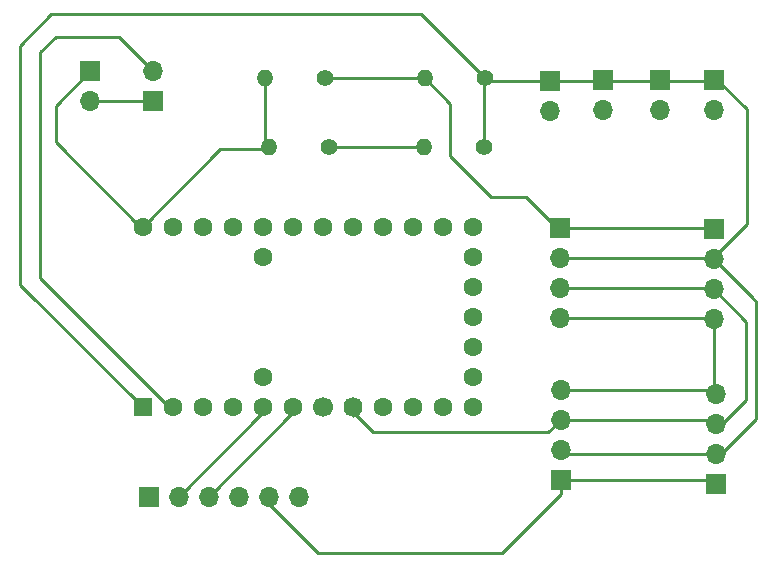
<source format=gbr>
%TF.GenerationSoftware,KiCad,Pcbnew,(6.0.0-0)*%
%TF.CreationDate,2022-01-07T12:45:35+01:00*%
%TF.ProjectId,TeensyTest,5465656e-7379-4546-9573-742e6b696361,rev?*%
%TF.SameCoordinates,Original*%
%TF.FileFunction,Copper,L1,Top*%
%TF.FilePolarity,Positive*%
%FSLAX46Y46*%
G04 Gerber Fmt 4.6, Leading zero omitted, Abs format (unit mm)*
G04 Created by KiCad (PCBNEW (6.0.0-0)) date 2022-01-07 12:45:35*
%MOMM*%
%LPD*%
G01*
G04 APERTURE LIST*
%TA.AperFunction,ComponentPad*%
%ADD10R,1.700000X1.700000*%
%TD*%
%TA.AperFunction,ComponentPad*%
%ADD11O,1.700000X1.700000*%
%TD*%
%TA.AperFunction,ComponentPad*%
%ADD12C,1.400000*%
%TD*%
%TA.AperFunction,ComponentPad*%
%ADD13O,1.400000X1.400000*%
%TD*%
%TA.AperFunction,ComponentPad*%
%ADD14R,1.600000X1.600000*%
%TD*%
%TA.AperFunction,ComponentPad*%
%ADD15C,1.600000*%
%TD*%
%TA.AperFunction,ComponentPad*%
%ADD16C,1.700000*%
%TD*%
%TA.AperFunction,ComponentPad*%
%ADD17O,1.600000X1.700000*%
%TD*%
%TA.AperFunction,Conductor*%
%ADD18C,0.250000*%
%TD*%
G04 APERTURE END LIST*
D10*
%TO.P,BT1,1,+*%
%TO.N,/5.5V*%
X128900000Y-93500000D03*
D11*
%TO.P,BT1,2,-*%
%TO.N,/GND*%
X128900000Y-96040000D03*
%TD*%
D10*
%TO.P,D1,1,K*%
%TO.N,/GND*%
X134200000Y-95975000D03*
D11*
%TO.P,D1,2,A*%
%TO.N,/VLTG_LOW_OUT*%
X134200000Y-93435000D03*
%TD*%
D10*
%TO.P,J1,1,Pin_1*%
%TO.N,/GND*%
X181775000Y-94250000D03*
D11*
%TO.P,J1,2,Pin_2*%
%TO.N,/DISP_SEL*%
X181775000Y-96790000D03*
%TD*%
D10*
%TO.P,HC5,1,Pin_1*%
%TO.N,unconnected-(HC5-Pad1)*%
X133858000Y-129540000D03*
D11*
%TO.P,HC5,2,Pin_2*%
%TO.N,/RX(TX)*%
X136398000Y-129540000D03*
%TO.P,HC5,3,Pin_3*%
%TO.N,/TX(RX)*%
X138938000Y-129540000D03*
%TO.P,HC5,4,Pin_4*%
%TO.N,/GND*%
X141478000Y-129540000D03*
%TO.P,HC5,5,Pin_5*%
%TO.N,/5.5V*%
X144018000Y-129540000D03*
%TO.P,HC5,6,Pin_6*%
%TO.N,unconnected-(HC5-Pad6)*%
X146558000Y-129540000D03*
%TD*%
D12*
%TO.P,R3,1*%
%TO.N,/VCC_LOW*%
X149140000Y-99900000D03*
D13*
%TO.P,R3,2*%
%TO.N,/5.5V*%
X144060000Y-99900000D03*
%TD*%
D14*
%TO.P,U1,1*%
%TO.N,N/C*%
X133350000Y-121920000D03*
D15*
%TO.P,U1,2*%
X135890000Y-121920000D03*
%TO.P,U1,3*%
X138430000Y-121920000D03*
%TO.P,U1,4*%
X140970000Y-121920000D03*
%TO.P,U1,5*%
X143510000Y-121920000D03*
%TO.P,U1,6*%
X146050000Y-121920000D03*
D16*
%TO.P,U1,7*%
X148590000Y-121920000D03*
D17*
%TO.P,U1,8*%
X151130000Y-121920000D03*
D15*
%TO.P,U1,9*%
X153670000Y-121920000D03*
%TO.P,U1,10*%
X156210000Y-121920000D03*
%TO.P,U1,11*%
X158750000Y-121920000D03*
%TO.P,U1,12*%
X161290000Y-121920000D03*
%TO.P,U1,13*%
X161290000Y-119380000D03*
%TO.P,U1,14*%
X161290000Y-116840000D03*
%TO.P,U1,15*%
X161290000Y-114300000D03*
%TO.P,U1,16*%
X161290000Y-111760000D03*
%TO.P,U1,17*%
X161290000Y-109220000D03*
%TO.P,U1,18*%
X161290000Y-106680000D03*
%TO.P,U1,19*%
X158750000Y-106680000D03*
%TO.P,U1,20*%
X156210000Y-106680000D03*
%TO.P,U1,21*%
X153670000Y-106680000D03*
%TO.P,U1,22*%
X151130000Y-106680000D03*
%TO.P,U1,23*%
X148590000Y-106680000D03*
%TO.P,U1,24*%
X146050000Y-106680000D03*
%TO.P,U1,25*%
X143510000Y-106680000D03*
%TO.P,U1,26*%
X140970000Y-106680000D03*
%TO.P,U1,27*%
X138430000Y-106680000D03*
%TO.P,U1,28*%
X135890000Y-106680000D03*
%TO.P,U1,29*%
X133350000Y-106680000D03*
%TO.P,U1,30*%
X143510000Y-119380000D03*
%TO.P,U1,31*%
X143510000Y-109220000D03*
%TD*%
D10*
%TO.P,IC2_3,1,Pin_1*%
%TO.N,/3.3V*%
X181734000Y-106865000D03*
D11*
%TO.P,IC2_3,2,Pin_2*%
%TO.N,/GND*%
X181734000Y-109405000D03*
%TO.P,IC2_3,3,Pin_3*%
%TO.N,/SDA*%
X181734000Y-111945000D03*
%TO.P,IC2_3,4,Pin_4*%
%TO.N,/SCL*%
X181734000Y-114485000D03*
%TD*%
D12*
%TO.P,R1,1*%
%TO.N,N/C*%
X148840000Y-94100000D03*
D13*
%TO.P,R1,2*%
X143760000Y-94100000D03*
%TD*%
D10*
%TO.P,J2,1,Pin_1*%
%TO.N,/GND*%
X167875000Y-94275000D03*
D11*
%TO.P,J2,2,Pin_2*%
%TO.N,/GPIO_2*%
X167875000Y-96815000D03*
%TD*%
D12*
%TO.P,R2,1*%
%TO.N,/GND*%
X162340000Y-94100000D03*
D13*
%TO.P,R2,2*%
%TO.N,/3.3V*%
X157260000Y-94100000D03*
%TD*%
D10*
%TO.P,IC2_2,1,Pin_1*%
%TO.N,/5.5V*%
X181875000Y-128425000D03*
D11*
%TO.P,IC2_2,2,Pin_2*%
%TO.N,/GND*%
X181875000Y-125885000D03*
%TO.P,IC2_2,3,Pin_3*%
%TO.N,/SDA*%
X181875000Y-123345000D03*
%TO.P,IC2_2,4,Pin_4*%
%TO.N,/SCL*%
X181875000Y-120805000D03*
%TD*%
D10*
%TO.P,J3,1,Pin_1*%
%TO.N,/GND*%
X172300000Y-94250000D03*
D11*
%TO.P,J3,2,Pin_2*%
%TO.N,/GPIO_1*%
X172300000Y-96790000D03*
%TD*%
D12*
%TO.P,R4,1*%
%TO.N,/GND*%
X162240000Y-99900000D03*
D13*
%TO.P,R4,2*%
%TO.N,/VCC_LOW*%
X157160000Y-99900000D03*
%TD*%
D10*
%TO.P,IC2_4,1,Pin_1*%
%TO.N,/3.3V*%
X168700000Y-106760000D03*
D11*
%TO.P,IC2_4,2,Pin_2*%
%TO.N,/GND*%
X168700000Y-109300000D03*
%TO.P,IC2_4,3,Pin_3*%
%TO.N,/SDA*%
X168700000Y-111840000D03*
%TO.P,IC2_4,4,Pin_4*%
%TO.N,/SCL*%
X168700000Y-114380000D03*
%TD*%
D10*
%TO.P,IC2_1,1,Pin_1*%
%TO.N,/5.5V*%
X168757000Y-128084000D03*
D11*
%TO.P,IC2_1,2,Pin_2*%
%TO.N,/GND*%
X168757000Y-125544000D03*
%TO.P,IC2_1,3,Pin_3*%
%TO.N,/SDA*%
X168757000Y-123004000D03*
%TO.P,IC2_1,4,Pin_4*%
%TO.N,/SCL*%
X168757000Y-120464000D03*
%TD*%
D10*
%TO.P,J4,1,Pin_1*%
%TO.N,/GND*%
X177150000Y-94250000D03*
D11*
%TO.P,J4,2,Pin_2*%
%TO.N,/SET*%
X177150000Y-96790000D03*
%TD*%
D18*
%TO.N,/3.3V*%
X148840000Y-94100000D02*
X157200000Y-94100000D01*
%TO.N,/GND*%
X167875000Y-94275000D02*
X162515000Y-94275000D01*
X162515000Y-94275000D02*
X162340000Y-94100000D01*
X167700000Y-94100000D02*
X167825000Y-94225000D01*
X167825000Y-94225000D02*
X167825000Y-94175000D01*
%TO.N,/5.5V*%
X181241000Y-128084000D02*
X181250000Y-128075000D01*
X143620000Y-93980000D02*
X143700000Y-93900000D01*
X126000000Y-96400000D02*
X126000000Y-99500000D01*
X143760000Y-99460000D02*
X144200000Y-99900000D01*
X168757000Y-128084000D02*
X181241000Y-128084000D01*
X168757000Y-128084000D02*
X168757000Y-129268000D01*
X143760000Y-94100000D02*
X143760000Y-99460000D01*
X126000000Y-99500000D02*
X133400000Y-106900000D01*
X128900000Y-93500000D02*
X126000000Y-96400000D01*
X168757000Y-129268000D02*
X163750000Y-134275000D01*
X139930000Y-100100000D02*
X144000000Y-100100000D01*
X133350000Y-106680000D02*
X139930000Y-100100000D01*
X148250000Y-134275000D02*
X143900000Y-129925000D01*
X163750000Y-134275000D02*
X148250000Y-134275000D01*
%TO.N,/GND*%
X125625000Y-88675000D02*
X156950000Y-88675000D01*
X185325000Y-113000000D02*
X185325000Y-122900000D01*
X122975000Y-111545000D02*
X122975000Y-91325000D01*
X172575000Y-94275000D02*
X177250000Y-94275000D01*
X181851000Y-125849000D02*
X181875000Y-125825000D01*
X182025000Y-94250000D02*
X181850000Y-94250000D01*
X172325000Y-94250000D02*
X172450000Y-94125000D01*
X162240000Y-94460000D02*
X162600000Y-94100000D01*
X181575000Y-94275000D02*
X181950000Y-94650000D01*
X184924520Y-112599520D02*
X185325000Y-113000000D01*
X167700000Y-94275000D02*
X167825000Y-94150000D01*
X181800000Y-109300000D02*
X181850000Y-109350000D01*
X156950000Y-88675000D02*
X162425000Y-94150000D01*
X167875000Y-94275000D02*
X172275000Y-94275000D01*
X184924520Y-112595520D02*
X184924520Y-112599520D01*
X172375000Y-94250000D02*
X172525000Y-94400000D01*
X134240000Y-96040000D02*
X134400000Y-96200000D01*
X128900000Y-96040000D02*
X134240000Y-96040000D01*
X184500000Y-106448022D02*
X184500000Y-96725000D01*
X181648022Y-109300000D02*
X184500000Y-106448022D01*
X176850000Y-94250000D02*
X177100000Y-94000000D01*
X176875000Y-94250000D02*
X177200000Y-93925000D01*
X168700000Y-109300000D02*
X181800000Y-109300000D01*
X162240000Y-99900000D02*
X162240000Y-94460000D01*
X133350000Y-121920000D02*
X122975000Y-111545000D01*
X181734000Y-109405000D02*
X184924520Y-112595520D01*
X181394000Y-109605000D02*
X181434000Y-109565000D01*
X168700000Y-109300000D02*
X181648022Y-109300000D01*
X185325000Y-122900000D02*
X182450000Y-125775000D01*
X177175000Y-94275000D02*
X181575000Y-94275000D01*
X169260000Y-125885000D02*
X168850000Y-125475000D01*
X181875000Y-125885000D02*
X169260000Y-125885000D01*
X122975000Y-91325000D02*
X125625000Y-88675000D01*
X184500000Y-96725000D02*
X182025000Y-94250000D01*
X162340000Y-94100000D02*
X162440000Y-94000000D01*
%TO.N,/RX(TX)*%
X143500000Y-122438000D02*
X143500000Y-122000000D01*
X136398000Y-129540000D02*
X143500000Y-122438000D01*
%TO.N,/TX(RX)*%
X138938000Y-129540000D02*
X146200000Y-122278000D01*
X146200000Y-122278000D02*
X146200000Y-121700000D01*
%TO.N,/SDA*%
X181465000Y-111840000D02*
X181700000Y-112075000D01*
X181734000Y-111945000D02*
X184475000Y-114686000D01*
X184475000Y-121300000D02*
X182525000Y-123250000D01*
X182059000Y-123309000D02*
X182275000Y-123525000D01*
X181304000Y-123004000D02*
X181350000Y-123050000D01*
X168700000Y-111840000D02*
X181465000Y-111840000D01*
X181514000Y-112145000D02*
X181834000Y-112465000D01*
X152850000Y-124050000D02*
X151250000Y-122450000D01*
X167711000Y-124050000D02*
X152850000Y-124050000D01*
X168757000Y-123004000D02*
X181304000Y-123004000D01*
X168757000Y-123004000D02*
X167711000Y-124050000D01*
X184475000Y-114686000D02*
X184475000Y-121300000D01*
X151200000Y-122700000D02*
X151200000Y-121800000D01*
%TO.N,/SCL*%
X168757000Y-120464000D02*
X181714000Y-120464000D01*
X182119000Y-120769000D02*
X182175000Y-120825000D01*
X181714000Y-120464000D02*
X181850000Y-120600000D01*
X181734000Y-114485000D02*
X181734000Y-120009000D01*
X168700000Y-114380000D02*
X181320000Y-114380000D01*
X181814000Y-114685000D02*
X181934000Y-114565000D01*
X181320000Y-114380000D02*
X181475000Y-114225000D01*
X181734000Y-120009000D02*
X181900000Y-120175000D01*
%TO.N,/VLTG_LOW_OUT*%
X131365000Y-90600000D02*
X126000000Y-90600000D01*
X124700000Y-91900000D02*
X124700000Y-111020978D01*
X134200000Y-93435000D02*
X131365000Y-90600000D01*
X126000000Y-90600000D02*
X124700000Y-91900000D01*
X135679022Y-122000000D02*
X136000000Y-122000000D01*
X124700000Y-111020978D02*
X135679022Y-122000000D01*
%TO.N,/VCC_LOW*%
X149140000Y-99900000D02*
X157300000Y-99900000D01*
X157300000Y-99900000D02*
X157500000Y-99700000D01*
%TO.N,/3.3V*%
X165850000Y-104125000D02*
X168650000Y-106925000D01*
X181410000Y-106760000D02*
X181700000Y-107050000D01*
X157260000Y-94100000D02*
X159400000Y-96240000D01*
X159400000Y-100700000D02*
X162825000Y-104125000D01*
X162825000Y-104125000D02*
X165850000Y-104125000D01*
X168700000Y-106760000D02*
X181410000Y-106760000D01*
X159400000Y-96240000D02*
X159400000Y-100700000D01*
X181534000Y-107065000D02*
X181934000Y-106665000D01*
%TD*%
M02*

</source>
